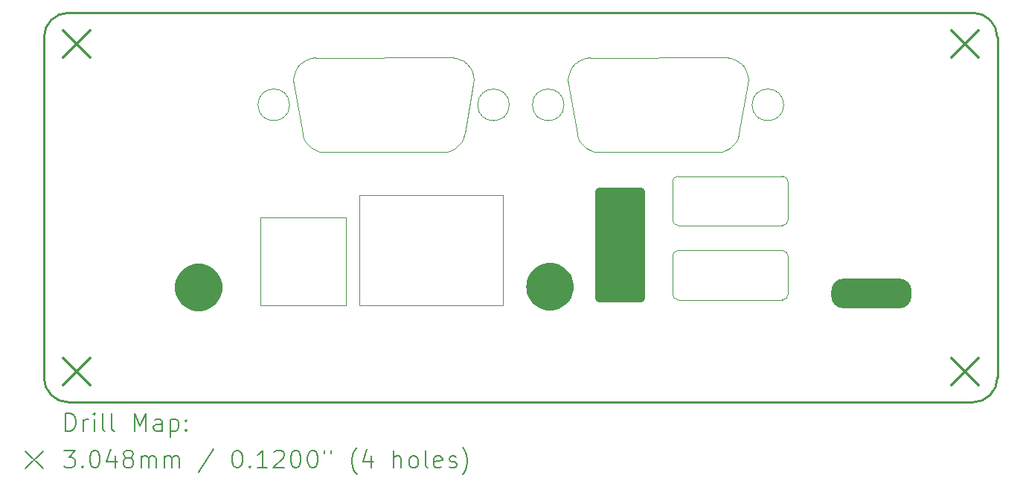
<source format=gbr>
%TF.GenerationSoftware,KiCad,Pcbnew,8.0.8*%
%TF.CreationDate,2025-02-26T19:39:57-05:00*%
%TF.ProjectId,MiniCamel_RearPlate,4d696e69-4361-46d6-956c-5f5265617250,rev?*%
%TF.SameCoordinates,Original*%
%TF.FileFunction,Drillmap*%
%TF.FilePolarity,Positive*%
%FSLAX45Y45*%
G04 Gerber Fmt 4.5, Leading zero omitted, Abs format (unit mm)*
G04 Created by KiCad (PCBNEW 8.0.8) date 2025-02-26 19:39:57*
%MOMM*%
%LPD*%
G01*
G04 APERTURE LIST*
%ADD10C,0.000000*%
%ADD11C,0.050000*%
%ADD12C,0.254000*%
%ADD13C,0.100000*%
%ADD14C,0.200000*%
%ADD15C,0.304800*%
G04 APERTURE END LIST*
D10*
G36*
X13553154Y-9668900D02*
G01*
X13585225Y-9674777D01*
X13616353Y-9684477D01*
X13646085Y-9697858D01*
X13673987Y-9714725D01*
X13699653Y-9734833D01*
X13722707Y-9757888D01*
X13742815Y-9783553D01*
X13759683Y-9811456D01*
X13773064Y-9841188D01*
X13782764Y-9872316D01*
X13788641Y-9904386D01*
X13790610Y-9936931D01*
X13788641Y-9969476D01*
X13782764Y-10001546D01*
X13773064Y-10032674D01*
X13759683Y-10062406D01*
X13742815Y-10090308D01*
X13722707Y-10115974D01*
X13699653Y-10139029D01*
X13673987Y-10159137D01*
X13646085Y-10176004D01*
X13616353Y-10189385D01*
X13585225Y-10199085D01*
X13553154Y-10204962D01*
X13520610Y-10206931D01*
X13488065Y-10204962D01*
X13455994Y-10199085D01*
X13424866Y-10189385D01*
X13395134Y-10176004D01*
X13367232Y-10159137D01*
X13341566Y-10139029D01*
X13318512Y-10115974D01*
X13298404Y-10090308D01*
X13281536Y-10062406D01*
X13268155Y-10032674D01*
X13258455Y-10001546D01*
X13252578Y-9969476D01*
X13250610Y-9936931D01*
X13252578Y-9904386D01*
X13258455Y-9872316D01*
X13268155Y-9841188D01*
X13281536Y-9811456D01*
X13298404Y-9783553D01*
X13318512Y-9757888D01*
X13341566Y-9734833D01*
X13367232Y-9714725D01*
X13395134Y-9697858D01*
X13424866Y-9684477D01*
X13455994Y-9674777D01*
X13488065Y-9668900D01*
X13520610Y-9666931D01*
X13553154Y-9668900D01*
G37*
G36*
X9554545Y-9675969D02*
G01*
X9586615Y-9681846D01*
X9617743Y-9691546D01*
X9647475Y-9704927D01*
X9675378Y-9721794D01*
X9701043Y-9741902D01*
X9724098Y-9764957D01*
X9744206Y-9790623D01*
X9761073Y-9818525D01*
X9774454Y-9848257D01*
X9784154Y-9879385D01*
X9790031Y-9911455D01*
X9792000Y-9944000D01*
X9790031Y-9976545D01*
X9784154Y-10008615D01*
X9774454Y-10039743D01*
X9761073Y-10069475D01*
X9744206Y-10097378D01*
X9724098Y-10123043D01*
X9701043Y-10146098D01*
X9675378Y-10166206D01*
X9647475Y-10183073D01*
X9617743Y-10196454D01*
X9586615Y-10206154D01*
X9554545Y-10212031D01*
X9522000Y-10214000D01*
X9489455Y-10212031D01*
X9457385Y-10206154D01*
X9426257Y-10196454D01*
X9396525Y-10183073D01*
X9368623Y-10166206D01*
X9342957Y-10146098D01*
X9319902Y-10123043D01*
X9299794Y-10097378D01*
X9282927Y-10069475D01*
X9269546Y-10039743D01*
X9259846Y-10008615D01*
X9253969Y-9976545D01*
X9252000Y-9944000D01*
X9253969Y-9911455D01*
X9259846Y-9879385D01*
X9269546Y-9848257D01*
X9282927Y-9818525D01*
X9299794Y-9790623D01*
X9319902Y-9764957D01*
X9342957Y-9741902D01*
X9368623Y-9721794D01*
X9396525Y-9704927D01*
X9426257Y-9691546D01*
X9457385Y-9681846D01*
X9489455Y-9675969D01*
X9522000Y-9674000D01*
X9554545Y-9675969D01*
G37*
G36*
X14548000Y-8807049D02*
G01*
X14548000Y-8807049D01*
G75*
G02*
X14603902Y-8862951I0J-55901D01*
G01*
X14603902Y-10061049D01*
G75*
G02*
X14548000Y-10116951I-55902J-1D01*
G01*
X14088000Y-10116951D01*
G75*
G02*
X14032098Y-10061049I0J55901D01*
G01*
X14032098Y-8862951D01*
G75*
G02*
X14088000Y-8807049I55902J1D01*
G01*
X14548000Y-8807049D01*
G37*
D11*
X10224528Y-9147750D02*
X10224528Y-10147750D01*
X11194528Y-9147750D02*
X10224528Y-9147750D01*
X11194528Y-9147750D02*
X11194528Y-10147750D01*
X11194528Y-10147750D02*
X10224528Y-10147750D01*
X11354000Y-8897750D02*
X12984000Y-8897750D01*
X11354000Y-10147750D02*
X11354000Y-8897750D01*
X12984000Y-10147750D02*
X11354000Y-10147750D01*
X12984000Y-10147750D02*
X12984000Y-8897750D01*
D12*
X7761000Y-7101917D02*
X7761000Y-10699772D01*
X7761000Y-10968310D02*
X7761000Y-10699772D01*
X18330083Y-6821000D02*
X8041917Y-6821000D01*
X18330083Y-11251000D02*
X8043690Y-11251000D01*
X18611000Y-10699777D02*
X18611000Y-7101917D01*
X18611000Y-10970083D02*
X18611000Y-10699777D01*
X7761000Y-7101917D02*
G75*
G02*
X8041917Y-6821000I280918J-1D01*
G01*
X8043690Y-11251000D02*
G75*
G02*
X7761000Y-10968310I0J282690D01*
G01*
X18330083Y-6821000D02*
G75*
G02*
X18611000Y-7101917I-3J-280920D01*
G01*
X18611000Y-10970083D02*
G75*
G02*
X18330083Y-11251000I-280920J3D01*
G01*
D13*
X10600348Y-7585093D02*
X10600399Y-7585194D01*
X10600348Y-7585296D02*
X10604666Y-7629009D01*
X10600399Y-7585194D02*
X10600348Y-7585296D01*
X10604666Y-7629009D02*
X10604692Y-7629060D01*
X10604666Y-7629085D02*
X10705403Y-8194972D01*
X10604692Y-7629060D02*
X10604666Y-7629085D01*
X10605200Y-7535893D02*
X10600348Y-7585093D01*
X10605250Y-7535664D02*
X10605250Y-7535791D01*
X10605250Y-7535791D02*
X10605200Y-7535893D01*
X10619601Y-7488369D02*
X10605250Y-7535664D01*
X10619678Y-7488166D02*
X10619678Y-7488268D01*
X10619678Y-7488268D02*
X10619601Y-7488369D01*
X10642995Y-7444554D02*
X10619678Y-7488166D01*
X10643071Y-7444478D02*
X10642995Y-7444554D01*
X10643096Y-7444377D02*
X10643071Y-7444478D01*
X10674465Y-7406150D02*
X10643096Y-7444377D01*
X10674567Y-7406099D02*
X10674465Y-7406150D01*
X10674618Y-7405997D02*
X10674567Y-7406099D01*
X10705403Y-8194972D02*
X10707308Y-8207494D01*
X10707308Y-8207494D02*
X10707358Y-8207570D01*
X10707358Y-8207570D02*
X10707358Y-8207647D01*
X10707358Y-8207647D02*
X10719601Y-8248033D01*
X10712845Y-7374654D02*
X10674618Y-7405997D01*
X10712946Y-7374603D02*
X10712845Y-7374654D01*
X10713023Y-7374527D02*
X10712946Y-7374603D01*
X10719601Y-8248033D02*
X10719677Y-8248109D01*
X10719677Y-8248109D02*
X10719677Y-8248210D01*
X10719677Y-8248210D02*
X10742995Y-8291822D01*
X10742995Y-8291822D02*
X10743071Y-8291898D01*
X10743071Y-8291898D02*
X10743096Y-8292000D01*
X10743096Y-8292000D02*
X10774465Y-8330227D01*
X10756609Y-7351209D02*
X10713023Y-7374527D01*
X10756736Y-7351209D02*
X10756609Y-7351209D01*
X10756812Y-7351133D02*
X10756736Y-7351209D01*
X10774465Y-8330227D02*
X10774567Y-8330278D01*
X10774567Y-8330278D02*
X10774618Y-8330379D01*
X10774618Y-8330379D02*
X10812845Y-8361748D01*
X10804132Y-7336782D02*
X10756812Y-7351133D01*
X10804234Y-7336808D02*
X10804132Y-7336782D01*
X10804336Y-7336757D02*
X10804234Y-7336808D01*
X10812845Y-8361748D02*
X10812946Y-8361774D01*
X10812946Y-8361774D02*
X10813022Y-8361850D01*
X10813022Y-8361850D02*
X10856634Y-8385167D01*
X10852342Y-7332007D02*
X10804336Y-7336757D01*
X10852367Y-7332032D02*
X10852342Y-7332007D01*
X10852392Y-7332007D02*
X10852367Y-7332032D01*
X10852748Y-7332134D02*
X10852392Y-7332007D01*
X10853129Y-7332261D02*
X10852748Y-7332134D01*
X10853154Y-7332286D02*
X10853129Y-7332261D01*
X10853180Y-7332286D02*
X10853154Y-7332286D01*
X10854069Y-7333099D02*
X10853180Y-7332286D01*
X10856634Y-8385167D02*
X10856736Y-8385167D01*
X10856736Y-8385167D02*
X10856812Y-8385243D01*
X10856812Y-8385243D02*
X10904132Y-8399594D01*
X10904132Y-8399594D02*
X10904234Y-8399594D01*
X10904234Y-8399594D02*
X10904335Y-8399645D01*
X10904335Y-8399645D02*
X10953535Y-8404471D01*
X10953535Y-8404471D02*
X10953586Y-8404471D01*
X10953586Y-8404471D02*
X10953662Y-8404497D01*
X10953662Y-8404497D02*
X12299227Y-8403277D01*
X12299227Y-8403277D02*
X12300142Y-8404090D01*
X12300142Y-8404090D02*
X12300167Y-8404090D01*
X12300167Y-8404090D02*
X12300167Y-8404116D01*
X12300167Y-8404116D02*
X12300548Y-8404243D01*
X12300548Y-8404243D02*
X12300904Y-8404370D01*
X12300904Y-8404370D02*
X12300929Y-8404344D01*
X12300929Y-8404344D02*
X12300954Y-8404370D01*
X12300954Y-8404370D02*
X12348960Y-8399645D01*
X12348960Y-8399645D02*
X12349062Y-8399594D01*
X12349062Y-8399594D02*
X12349164Y-8399594D01*
X12349164Y-8399594D02*
X12396484Y-8385243D01*
X12396484Y-8385243D02*
X12396560Y-8385167D01*
X12396560Y-8385167D02*
X12396687Y-8385167D01*
X12396687Y-8385167D02*
X12440273Y-8361850D01*
X12399659Y-7331905D02*
X10854069Y-7333099D01*
X12399710Y-7331905D02*
X12399659Y-7331905D01*
X12399760Y-7331905D02*
X12399710Y-7331905D01*
X12440273Y-8361850D02*
X12440350Y-8361774D01*
X12440350Y-8361774D02*
X12440451Y-8361748D01*
X12440451Y-8361748D02*
X12478678Y-8330379D01*
X12448960Y-7336757D02*
X12399760Y-7331905D01*
X12449062Y-7336808D02*
X12448960Y-7336757D01*
X12449163Y-7336782D02*
X12449062Y-7336808D01*
X12478678Y-8330379D02*
X12478729Y-8330278D01*
X12478729Y-8330278D02*
X12478831Y-8330227D01*
X12478831Y-8330227D02*
X12510200Y-8292000D01*
X12496484Y-7351133D02*
X12449163Y-7336782D01*
X12496560Y-7351209D02*
X12496484Y-7351133D01*
X12496687Y-7351209D02*
X12496560Y-7351209D01*
X12510200Y-8292000D02*
X12510225Y-8291898D01*
X12510225Y-8291898D02*
X12510301Y-8291822D01*
X12510301Y-8291822D02*
X12533618Y-8248210D01*
X12533618Y-8248109D02*
X12533695Y-8248033D01*
X12533618Y-8248210D02*
X12533618Y-8248109D01*
X12533695Y-8248033D02*
X12548046Y-8200712D01*
X12540273Y-7374527D02*
X12496687Y-7351209D01*
X12540349Y-7374603D02*
X12540273Y-7374527D01*
X12540451Y-7374654D02*
X12540349Y-7374603D01*
X12548046Y-8200585D02*
X12548096Y-8200509D01*
X12548046Y-8200712D02*
X12548046Y-8200585D01*
X12548096Y-8200509D02*
X12548630Y-8195048D01*
X12548630Y-8195048D02*
X12647817Y-7629390D01*
X12578678Y-7405997D02*
X12540451Y-7374654D01*
X12578729Y-7406099D02*
X12578678Y-7405997D01*
X12578830Y-7406150D02*
X12578729Y-7406099D01*
X12610199Y-7444377D02*
X12578830Y-7406150D01*
X12610225Y-7444478D02*
X12610199Y-7444377D01*
X12610301Y-7444554D02*
X12610225Y-7444478D01*
X12633618Y-7488166D02*
X12610301Y-7444554D01*
X12633644Y-7488268D02*
X12633618Y-7488166D01*
X12633694Y-7488369D02*
X12633644Y-7488268D01*
X12647817Y-7629390D02*
X12648274Y-7629035D01*
X12648045Y-7535664D02*
X12633694Y-7488369D01*
X12648045Y-7535791D02*
X12648045Y-7535664D01*
X12648096Y-7535893D02*
X12648045Y-7535791D01*
X12648274Y-7629035D02*
X12648299Y-7629009D01*
X12648299Y-7629009D02*
X12648325Y-7629009D01*
X12648325Y-7629009D02*
X12648503Y-7628654D01*
X12648503Y-7628654D02*
X12648706Y-7628323D01*
X12648706Y-7628273D02*
X12652948Y-7585296D01*
X12648706Y-7628298D02*
X12648706Y-7628273D01*
X12648706Y-7628323D02*
X12648706Y-7628298D01*
X12652922Y-7585194D02*
X12652948Y-7585093D01*
X12652948Y-7585093D02*
X12648096Y-7535893D01*
X12652948Y-7585296D02*
X12652922Y-7585194D01*
D11*
X10556650Y-7868201D02*
G75*
G02*
X10196650Y-7868201I-180000J0D01*
G01*
X10196650Y-7868201D02*
G75*
G02*
X10556650Y-7868201I180000J0D01*
G01*
X13056645Y-7868201D02*
G75*
G02*
X12696645Y-7868201I-180000J0D01*
G01*
X12696645Y-7868201D02*
G75*
G02*
X13056645Y-7868201I180000J0D01*
G01*
X14913758Y-8739939D02*
X14913758Y-9174063D01*
X14914758Y-9585939D02*
X14914758Y-10020063D01*
X16164819Y-8679000D02*
X14974695Y-8679000D01*
X16164820Y-9239000D02*
X14978696Y-9239000D01*
X16165820Y-9525000D02*
X14975696Y-9525000D01*
X16165821Y-10085000D02*
X14979697Y-10085000D01*
X16229758Y-9174061D02*
X16229758Y-8743938D01*
X16230758Y-10020061D02*
X16230758Y-9589938D01*
X14913758Y-8739939D02*
G75*
G02*
X14974695Y-8679000I60938J1D01*
G01*
X14914758Y-9585939D02*
G75*
G02*
X14975696Y-9525000I60938J1D01*
G01*
X14978696Y-9239000D02*
G75*
G02*
X14913758Y-9174063I-1J64938D01*
G01*
X14979697Y-10085000D02*
G75*
G02*
X14914758Y-10020063I-1J64938D01*
G01*
X16164819Y-8679000D02*
G75*
G02*
X16229758Y-8743938I-1J-64940D01*
G01*
X16165820Y-9525000D02*
G75*
G02*
X16230758Y-9589938I-2J-64940D01*
G01*
X16229758Y-9174061D02*
G75*
G02*
X16164820Y-9239000I-64938J-1D01*
G01*
X16230758Y-10020061D02*
G75*
G02*
X16165821Y-10085001I-64941J1D01*
G01*
D13*
X13723148Y-7585093D02*
X13723199Y-7585194D01*
X13723148Y-7585296D02*
X13727466Y-7629009D01*
X13723199Y-7585194D02*
X13723148Y-7585296D01*
X13727466Y-7629009D02*
X13727492Y-7629060D01*
X13727466Y-7629085D02*
X13828203Y-8194972D01*
X13727492Y-7629060D02*
X13727466Y-7629085D01*
X13728000Y-7535893D02*
X13723148Y-7585093D01*
X13728050Y-7535664D02*
X13728050Y-7535791D01*
X13728050Y-7535791D02*
X13728000Y-7535893D01*
X13742401Y-7488369D02*
X13728050Y-7535664D01*
X13742478Y-7488166D02*
X13742478Y-7488268D01*
X13742478Y-7488268D02*
X13742401Y-7488369D01*
X13765795Y-7444554D02*
X13742478Y-7488166D01*
X13765871Y-7444478D02*
X13765795Y-7444554D01*
X13765896Y-7444377D02*
X13765871Y-7444478D01*
X13797265Y-7406150D02*
X13765896Y-7444377D01*
X13797367Y-7406099D02*
X13797265Y-7406150D01*
X13797418Y-7405997D02*
X13797367Y-7406099D01*
X13828203Y-8194972D02*
X13830108Y-8207494D01*
X13830108Y-8207494D02*
X13830158Y-8207570D01*
X13830158Y-8207570D02*
X13830158Y-8207647D01*
X13830158Y-8207647D02*
X13842401Y-8248033D01*
X13835645Y-7374654D02*
X13797418Y-7405997D01*
X13835746Y-7374603D02*
X13835645Y-7374654D01*
X13835823Y-7374527D02*
X13835746Y-7374603D01*
X13842401Y-8248033D02*
X13842477Y-8248109D01*
X13842477Y-8248109D02*
X13842477Y-8248210D01*
X13842477Y-8248210D02*
X13865795Y-8291822D01*
X13865795Y-8291822D02*
X13865871Y-8291898D01*
X13865871Y-8291898D02*
X13865896Y-8292000D01*
X13865896Y-8292000D02*
X13897265Y-8330227D01*
X13879409Y-7351209D02*
X13835823Y-7374527D01*
X13879536Y-7351209D02*
X13879409Y-7351209D01*
X13879612Y-7351133D02*
X13879536Y-7351209D01*
X13897265Y-8330227D02*
X13897367Y-8330278D01*
X13897367Y-8330278D02*
X13897418Y-8330379D01*
X13897418Y-8330379D02*
X13935645Y-8361748D01*
X13926932Y-7336782D02*
X13879612Y-7351133D01*
X13927034Y-7336808D02*
X13926932Y-7336782D01*
X13927136Y-7336757D02*
X13927034Y-7336808D01*
X13935645Y-8361748D02*
X13935746Y-8361774D01*
X13935746Y-8361774D02*
X13935822Y-8361850D01*
X13935822Y-8361850D02*
X13979434Y-8385167D01*
X13975142Y-7332007D02*
X13927136Y-7336757D01*
X13975167Y-7332032D02*
X13975142Y-7332007D01*
X13975192Y-7332007D02*
X13975167Y-7332032D01*
X13975548Y-7332134D02*
X13975192Y-7332007D01*
X13975929Y-7332261D02*
X13975548Y-7332134D01*
X13975954Y-7332286D02*
X13975929Y-7332261D01*
X13975980Y-7332286D02*
X13975954Y-7332286D01*
X13976869Y-7333099D02*
X13975980Y-7332286D01*
X13979434Y-8385167D02*
X13979536Y-8385167D01*
X13979536Y-8385167D02*
X13979612Y-8385243D01*
X13979612Y-8385243D02*
X14026932Y-8399594D01*
X14026932Y-8399594D02*
X14027034Y-8399594D01*
X14027034Y-8399594D02*
X14027135Y-8399645D01*
X14027135Y-8399645D02*
X14076335Y-8404471D01*
X14076335Y-8404471D02*
X14076386Y-8404471D01*
X14076386Y-8404471D02*
X14076462Y-8404497D01*
X14076462Y-8404497D02*
X15422027Y-8403277D01*
X15422027Y-8403277D02*
X15422942Y-8404090D01*
X15422942Y-8404090D02*
X15422967Y-8404090D01*
X15422967Y-8404090D02*
X15422967Y-8404116D01*
X15422967Y-8404116D02*
X15423348Y-8404243D01*
X15423348Y-8404243D02*
X15423704Y-8404370D01*
X15423704Y-8404370D02*
X15423729Y-8404344D01*
X15423729Y-8404344D02*
X15423754Y-8404370D01*
X15423754Y-8404370D02*
X15471760Y-8399645D01*
X15471760Y-8399645D02*
X15471862Y-8399594D01*
X15471862Y-8399594D02*
X15471964Y-8399594D01*
X15471964Y-8399594D02*
X15519284Y-8385243D01*
X15519284Y-8385243D02*
X15519360Y-8385167D01*
X15519360Y-8385167D02*
X15519487Y-8385167D01*
X15519487Y-8385167D02*
X15563073Y-8361850D01*
X15522459Y-7331905D02*
X13976869Y-7333099D01*
X15522510Y-7331905D02*
X15522459Y-7331905D01*
X15522560Y-7331905D02*
X15522510Y-7331905D01*
X15563073Y-8361850D02*
X15563150Y-8361774D01*
X15563150Y-8361774D02*
X15563251Y-8361748D01*
X15563251Y-8361748D02*
X15601478Y-8330379D01*
X15571760Y-7336757D02*
X15522560Y-7331905D01*
X15571862Y-7336808D02*
X15571760Y-7336757D01*
X15571963Y-7336782D02*
X15571862Y-7336808D01*
X15601478Y-8330379D02*
X15601529Y-8330278D01*
X15601529Y-8330278D02*
X15601631Y-8330227D01*
X15601631Y-8330227D02*
X15633000Y-8292000D01*
X15619284Y-7351133D02*
X15571963Y-7336782D01*
X15619360Y-7351209D02*
X15619284Y-7351133D01*
X15619487Y-7351209D02*
X15619360Y-7351209D01*
X15633000Y-8292000D02*
X15633025Y-8291898D01*
X15633025Y-8291898D02*
X15633101Y-8291822D01*
X15633101Y-8291822D02*
X15656418Y-8248210D01*
X15656418Y-8248109D02*
X15656495Y-8248033D01*
X15656418Y-8248210D02*
X15656418Y-8248109D01*
X15656495Y-8248033D02*
X15670846Y-8200712D01*
X15663073Y-7374527D02*
X15619487Y-7351209D01*
X15663149Y-7374603D02*
X15663073Y-7374527D01*
X15663251Y-7374654D02*
X15663149Y-7374603D01*
X15670846Y-8200585D02*
X15670896Y-8200509D01*
X15670846Y-8200712D02*
X15670846Y-8200585D01*
X15670896Y-8200509D02*
X15671430Y-8195048D01*
X15671430Y-8195048D02*
X15770617Y-7629390D01*
X15701478Y-7405997D02*
X15663251Y-7374654D01*
X15701529Y-7406099D02*
X15701478Y-7405997D01*
X15701630Y-7406150D02*
X15701529Y-7406099D01*
X15732999Y-7444377D02*
X15701630Y-7406150D01*
X15733025Y-7444478D02*
X15732999Y-7444377D01*
X15733101Y-7444554D02*
X15733025Y-7444478D01*
X15756418Y-7488166D02*
X15733101Y-7444554D01*
X15756444Y-7488268D02*
X15756418Y-7488166D01*
X15756494Y-7488369D02*
X15756444Y-7488268D01*
X15770617Y-7629390D02*
X15771074Y-7629035D01*
X15770845Y-7535664D02*
X15756494Y-7488369D01*
X15770845Y-7535791D02*
X15770845Y-7535664D01*
X15770896Y-7535893D02*
X15770845Y-7535791D01*
X15771074Y-7629035D02*
X15771099Y-7629009D01*
X15771099Y-7629009D02*
X15771125Y-7629009D01*
X15771125Y-7629009D02*
X15771303Y-7628654D01*
X15771303Y-7628654D02*
X15771506Y-7628323D01*
X15771506Y-7628273D02*
X15775748Y-7585296D01*
X15771506Y-7628298D02*
X15771506Y-7628273D01*
X15771506Y-7628323D02*
X15771506Y-7628298D01*
X15775722Y-7585194D02*
X15775748Y-7585093D01*
X15775748Y-7585093D02*
X15770896Y-7535893D01*
X15775748Y-7585296D02*
X15775722Y-7585194D01*
D11*
X13679450Y-7868201D02*
G75*
G02*
X13319450Y-7868201I-180000J0D01*
G01*
X13319450Y-7868201D02*
G75*
G02*
X13679450Y-7868201I180000J0D01*
G01*
X16179445Y-7868201D02*
G75*
G02*
X15819445Y-7868201I-180000J0D01*
G01*
X15819445Y-7868201D02*
G75*
G02*
X16179445Y-7868201I180000J0D01*
G01*
D10*
G36*
X17499945Y-9844738D02*
G01*
X17499945Y-9844738D01*
G75*
G02*
X17632945Y-9977738I-5J-133002D01*
G01*
X17632945Y-10048007D01*
G75*
G02*
X17499945Y-10181007I-133005J-3D01*
G01*
X16854945Y-10181007D01*
G75*
G02*
X16721945Y-10048007I-5J132997D01*
G01*
X16721945Y-9978007D01*
G75*
G02*
X16854945Y-9845007I132995J-3D01*
G01*
X17499945Y-9844738D01*
G37*
D14*
D15*
X7978600Y-7026772D02*
X8283400Y-7331572D01*
X8283400Y-7026772D02*
X7978600Y-7331572D01*
X7978600Y-10748600D02*
X8283400Y-11053400D01*
X8283400Y-10748600D02*
X7978600Y-11053400D01*
X18093600Y-7026772D02*
X18398400Y-7331572D01*
X18398400Y-7026772D02*
X18093600Y-7331572D01*
X18093600Y-10748600D02*
X18398400Y-11053400D01*
X18398400Y-10748600D02*
X18093600Y-11053400D01*
D14*
X8009077Y-11575184D02*
X8009077Y-11375184D01*
X8009077Y-11375184D02*
X8056696Y-11375184D01*
X8056696Y-11375184D02*
X8085267Y-11384708D01*
X8085267Y-11384708D02*
X8104315Y-11403755D01*
X8104315Y-11403755D02*
X8113839Y-11422803D01*
X8113839Y-11422803D02*
X8123362Y-11460898D01*
X8123362Y-11460898D02*
X8123362Y-11489469D01*
X8123362Y-11489469D02*
X8113839Y-11527565D01*
X8113839Y-11527565D02*
X8104315Y-11546612D01*
X8104315Y-11546612D02*
X8085267Y-11565660D01*
X8085267Y-11565660D02*
X8056696Y-11575184D01*
X8056696Y-11575184D02*
X8009077Y-11575184D01*
X8209077Y-11575184D02*
X8209077Y-11441850D01*
X8209077Y-11479946D02*
X8218601Y-11460898D01*
X8218601Y-11460898D02*
X8228124Y-11451374D01*
X8228124Y-11451374D02*
X8247172Y-11441850D01*
X8247172Y-11441850D02*
X8266220Y-11441850D01*
X8332886Y-11575184D02*
X8332886Y-11441850D01*
X8332886Y-11375184D02*
X8323362Y-11384708D01*
X8323362Y-11384708D02*
X8332886Y-11394231D01*
X8332886Y-11394231D02*
X8342410Y-11384708D01*
X8342410Y-11384708D02*
X8332886Y-11375184D01*
X8332886Y-11375184D02*
X8332886Y-11394231D01*
X8456696Y-11575184D02*
X8437648Y-11565660D01*
X8437648Y-11565660D02*
X8428124Y-11546612D01*
X8428124Y-11546612D02*
X8428124Y-11375184D01*
X8561458Y-11575184D02*
X8542410Y-11565660D01*
X8542410Y-11565660D02*
X8532886Y-11546612D01*
X8532886Y-11546612D02*
X8532886Y-11375184D01*
X8790029Y-11575184D02*
X8790029Y-11375184D01*
X8790029Y-11375184D02*
X8856696Y-11518041D01*
X8856696Y-11518041D02*
X8923363Y-11375184D01*
X8923363Y-11375184D02*
X8923363Y-11575184D01*
X9104315Y-11575184D02*
X9104315Y-11470422D01*
X9104315Y-11470422D02*
X9094791Y-11451374D01*
X9094791Y-11451374D02*
X9075744Y-11441850D01*
X9075744Y-11441850D02*
X9037648Y-11441850D01*
X9037648Y-11441850D02*
X9018601Y-11451374D01*
X9104315Y-11565660D02*
X9085267Y-11575184D01*
X9085267Y-11575184D02*
X9037648Y-11575184D01*
X9037648Y-11575184D02*
X9018601Y-11565660D01*
X9018601Y-11565660D02*
X9009077Y-11546612D01*
X9009077Y-11546612D02*
X9009077Y-11527565D01*
X9009077Y-11527565D02*
X9018601Y-11508517D01*
X9018601Y-11508517D02*
X9037648Y-11498993D01*
X9037648Y-11498993D02*
X9085267Y-11498993D01*
X9085267Y-11498993D02*
X9104315Y-11489469D01*
X9199553Y-11441850D02*
X9199553Y-11641850D01*
X9199553Y-11451374D02*
X9218601Y-11441850D01*
X9218601Y-11441850D02*
X9256696Y-11441850D01*
X9256696Y-11441850D02*
X9275744Y-11451374D01*
X9275744Y-11451374D02*
X9285267Y-11460898D01*
X9285267Y-11460898D02*
X9294791Y-11479946D01*
X9294791Y-11479946D02*
X9294791Y-11537088D01*
X9294791Y-11537088D02*
X9285267Y-11556136D01*
X9285267Y-11556136D02*
X9275744Y-11565660D01*
X9275744Y-11565660D02*
X9256696Y-11575184D01*
X9256696Y-11575184D02*
X9218601Y-11575184D01*
X9218601Y-11575184D02*
X9199553Y-11565660D01*
X9380505Y-11556136D02*
X9390029Y-11565660D01*
X9390029Y-11565660D02*
X9380505Y-11575184D01*
X9380505Y-11575184D02*
X9370982Y-11565660D01*
X9370982Y-11565660D02*
X9380505Y-11556136D01*
X9380505Y-11556136D02*
X9380505Y-11575184D01*
X9380505Y-11451374D02*
X9390029Y-11460898D01*
X9390029Y-11460898D02*
X9380505Y-11470422D01*
X9380505Y-11470422D02*
X9370982Y-11460898D01*
X9370982Y-11460898D02*
X9380505Y-11451374D01*
X9380505Y-11451374D02*
X9380505Y-11470422D01*
X7548300Y-11803700D02*
X7748300Y-12003700D01*
X7748300Y-11803700D02*
X7548300Y-12003700D01*
X7990029Y-11795184D02*
X8113839Y-11795184D01*
X8113839Y-11795184D02*
X8047172Y-11871374D01*
X8047172Y-11871374D02*
X8075743Y-11871374D01*
X8075743Y-11871374D02*
X8094791Y-11880898D01*
X8094791Y-11880898D02*
X8104315Y-11890422D01*
X8104315Y-11890422D02*
X8113839Y-11909469D01*
X8113839Y-11909469D02*
X8113839Y-11957088D01*
X8113839Y-11957088D02*
X8104315Y-11976136D01*
X8104315Y-11976136D02*
X8094791Y-11985660D01*
X8094791Y-11985660D02*
X8075743Y-11995184D01*
X8075743Y-11995184D02*
X8018601Y-11995184D01*
X8018601Y-11995184D02*
X7999553Y-11985660D01*
X7999553Y-11985660D02*
X7990029Y-11976136D01*
X8199553Y-11976136D02*
X8209077Y-11985660D01*
X8209077Y-11985660D02*
X8199553Y-11995184D01*
X8199553Y-11995184D02*
X8190029Y-11985660D01*
X8190029Y-11985660D02*
X8199553Y-11976136D01*
X8199553Y-11976136D02*
X8199553Y-11995184D01*
X8332886Y-11795184D02*
X8351934Y-11795184D01*
X8351934Y-11795184D02*
X8370982Y-11804708D01*
X8370982Y-11804708D02*
X8380505Y-11814231D01*
X8380505Y-11814231D02*
X8390029Y-11833279D01*
X8390029Y-11833279D02*
X8399553Y-11871374D01*
X8399553Y-11871374D02*
X8399553Y-11918993D01*
X8399553Y-11918993D02*
X8390029Y-11957088D01*
X8390029Y-11957088D02*
X8380505Y-11976136D01*
X8380505Y-11976136D02*
X8370982Y-11985660D01*
X8370982Y-11985660D02*
X8351934Y-11995184D01*
X8351934Y-11995184D02*
X8332886Y-11995184D01*
X8332886Y-11995184D02*
X8313839Y-11985660D01*
X8313839Y-11985660D02*
X8304315Y-11976136D01*
X8304315Y-11976136D02*
X8294791Y-11957088D01*
X8294791Y-11957088D02*
X8285267Y-11918993D01*
X8285267Y-11918993D02*
X8285267Y-11871374D01*
X8285267Y-11871374D02*
X8294791Y-11833279D01*
X8294791Y-11833279D02*
X8304315Y-11814231D01*
X8304315Y-11814231D02*
X8313839Y-11804708D01*
X8313839Y-11804708D02*
X8332886Y-11795184D01*
X8570982Y-11861850D02*
X8570982Y-11995184D01*
X8523363Y-11785660D02*
X8475744Y-11928517D01*
X8475744Y-11928517D02*
X8599553Y-11928517D01*
X8704315Y-11880898D02*
X8685267Y-11871374D01*
X8685267Y-11871374D02*
X8675744Y-11861850D01*
X8675744Y-11861850D02*
X8666220Y-11842803D01*
X8666220Y-11842803D02*
X8666220Y-11833279D01*
X8666220Y-11833279D02*
X8675744Y-11814231D01*
X8675744Y-11814231D02*
X8685267Y-11804708D01*
X8685267Y-11804708D02*
X8704315Y-11795184D01*
X8704315Y-11795184D02*
X8742410Y-11795184D01*
X8742410Y-11795184D02*
X8761458Y-11804708D01*
X8761458Y-11804708D02*
X8770982Y-11814231D01*
X8770982Y-11814231D02*
X8780505Y-11833279D01*
X8780505Y-11833279D02*
X8780505Y-11842803D01*
X8780505Y-11842803D02*
X8770982Y-11861850D01*
X8770982Y-11861850D02*
X8761458Y-11871374D01*
X8761458Y-11871374D02*
X8742410Y-11880898D01*
X8742410Y-11880898D02*
X8704315Y-11880898D01*
X8704315Y-11880898D02*
X8685267Y-11890422D01*
X8685267Y-11890422D02*
X8675744Y-11899946D01*
X8675744Y-11899946D02*
X8666220Y-11918993D01*
X8666220Y-11918993D02*
X8666220Y-11957088D01*
X8666220Y-11957088D02*
X8675744Y-11976136D01*
X8675744Y-11976136D02*
X8685267Y-11985660D01*
X8685267Y-11985660D02*
X8704315Y-11995184D01*
X8704315Y-11995184D02*
X8742410Y-11995184D01*
X8742410Y-11995184D02*
X8761458Y-11985660D01*
X8761458Y-11985660D02*
X8770982Y-11976136D01*
X8770982Y-11976136D02*
X8780505Y-11957088D01*
X8780505Y-11957088D02*
X8780505Y-11918993D01*
X8780505Y-11918993D02*
X8770982Y-11899946D01*
X8770982Y-11899946D02*
X8761458Y-11890422D01*
X8761458Y-11890422D02*
X8742410Y-11880898D01*
X8866220Y-11995184D02*
X8866220Y-11861850D01*
X8866220Y-11880898D02*
X8875744Y-11871374D01*
X8875744Y-11871374D02*
X8894791Y-11861850D01*
X8894791Y-11861850D02*
X8923363Y-11861850D01*
X8923363Y-11861850D02*
X8942410Y-11871374D01*
X8942410Y-11871374D02*
X8951934Y-11890422D01*
X8951934Y-11890422D02*
X8951934Y-11995184D01*
X8951934Y-11890422D02*
X8961458Y-11871374D01*
X8961458Y-11871374D02*
X8980505Y-11861850D01*
X8980505Y-11861850D02*
X9009077Y-11861850D01*
X9009077Y-11861850D02*
X9028125Y-11871374D01*
X9028125Y-11871374D02*
X9037648Y-11890422D01*
X9037648Y-11890422D02*
X9037648Y-11995184D01*
X9132886Y-11995184D02*
X9132886Y-11861850D01*
X9132886Y-11880898D02*
X9142410Y-11871374D01*
X9142410Y-11871374D02*
X9161458Y-11861850D01*
X9161458Y-11861850D02*
X9190029Y-11861850D01*
X9190029Y-11861850D02*
X9209077Y-11871374D01*
X9209077Y-11871374D02*
X9218601Y-11890422D01*
X9218601Y-11890422D02*
X9218601Y-11995184D01*
X9218601Y-11890422D02*
X9228125Y-11871374D01*
X9228125Y-11871374D02*
X9247172Y-11861850D01*
X9247172Y-11861850D02*
X9275744Y-11861850D01*
X9275744Y-11861850D02*
X9294791Y-11871374D01*
X9294791Y-11871374D02*
X9304315Y-11890422D01*
X9304315Y-11890422D02*
X9304315Y-11995184D01*
X9694791Y-11785660D02*
X9523363Y-12042803D01*
X9951934Y-11795184D02*
X9970982Y-11795184D01*
X9970982Y-11795184D02*
X9990029Y-11804708D01*
X9990029Y-11804708D02*
X9999553Y-11814231D01*
X9999553Y-11814231D02*
X10009077Y-11833279D01*
X10009077Y-11833279D02*
X10018601Y-11871374D01*
X10018601Y-11871374D02*
X10018601Y-11918993D01*
X10018601Y-11918993D02*
X10009077Y-11957088D01*
X10009077Y-11957088D02*
X9999553Y-11976136D01*
X9999553Y-11976136D02*
X9990029Y-11985660D01*
X9990029Y-11985660D02*
X9970982Y-11995184D01*
X9970982Y-11995184D02*
X9951934Y-11995184D01*
X9951934Y-11995184D02*
X9932887Y-11985660D01*
X9932887Y-11985660D02*
X9923363Y-11976136D01*
X9923363Y-11976136D02*
X9913839Y-11957088D01*
X9913839Y-11957088D02*
X9904315Y-11918993D01*
X9904315Y-11918993D02*
X9904315Y-11871374D01*
X9904315Y-11871374D02*
X9913839Y-11833279D01*
X9913839Y-11833279D02*
X9923363Y-11814231D01*
X9923363Y-11814231D02*
X9932887Y-11804708D01*
X9932887Y-11804708D02*
X9951934Y-11795184D01*
X10104315Y-11976136D02*
X10113839Y-11985660D01*
X10113839Y-11985660D02*
X10104315Y-11995184D01*
X10104315Y-11995184D02*
X10094791Y-11985660D01*
X10094791Y-11985660D02*
X10104315Y-11976136D01*
X10104315Y-11976136D02*
X10104315Y-11995184D01*
X10304315Y-11995184D02*
X10190029Y-11995184D01*
X10247172Y-11995184D02*
X10247172Y-11795184D01*
X10247172Y-11795184D02*
X10228125Y-11823755D01*
X10228125Y-11823755D02*
X10209077Y-11842803D01*
X10209077Y-11842803D02*
X10190029Y-11852327D01*
X10380506Y-11814231D02*
X10390029Y-11804708D01*
X10390029Y-11804708D02*
X10409077Y-11795184D01*
X10409077Y-11795184D02*
X10456696Y-11795184D01*
X10456696Y-11795184D02*
X10475744Y-11804708D01*
X10475744Y-11804708D02*
X10485268Y-11814231D01*
X10485268Y-11814231D02*
X10494791Y-11833279D01*
X10494791Y-11833279D02*
X10494791Y-11852327D01*
X10494791Y-11852327D02*
X10485268Y-11880898D01*
X10485268Y-11880898D02*
X10370982Y-11995184D01*
X10370982Y-11995184D02*
X10494791Y-11995184D01*
X10618601Y-11795184D02*
X10637649Y-11795184D01*
X10637649Y-11795184D02*
X10656696Y-11804708D01*
X10656696Y-11804708D02*
X10666220Y-11814231D01*
X10666220Y-11814231D02*
X10675744Y-11833279D01*
X10675744Y-11833279D02*
X10685268Y-11871374D01*
X10685268Y-11871374D02*
X10685268Y-11918993D01*
X10685268Y-11918993D02*
X10675744Y-11957088D01*
X10675744Y-11957088D02*
X10666220Y-11976136D01*
X10666220Y-11976136D02*
X10656696Y-11985660D01*
X10656696Y-11985660D02*
X10637649Y-11995184D01*
X10637649Y-11995184D02*
X10618601Y-11995184D01*
X10618601Y-11995184D02*
X10599553Y-11985660D01*
X10599553Y-11985660D02*
X10590029Y-11976136D01*
X10590029Y-11976136D02*
X10580506Y-11957088D01*
X10580506Y-11957088D02*
X10570982Y-11918993D01*
X10570982Y-11918993D02*
X10570982Y-11871374D01*
X10570982Y-11871374D02*
X10580506Y-11833279D01*
X10580506Y-11833279D02*
X10590029Y-11814231D01*
X10590029Y-11814231D02*
X10599553Y-11804708D01*
X10599553Y-11804708D02*
X10618601Y-11795184D01*
X10809077Y-11795184D02*
X10828125Y-11795184D01*
X10828125Y-11795184D02*
X10847172Y-11804708D01*
X10847172Y-11804708D02*
X10856696Y-11814231D01*
X10856696Y-11814231D02*
X10866220Y-11833279D01*
X10866220Y-11833279D02*
X10875744Y-11871374D01*
X10875744Y-11871374D02*
X10875744Y-11918993D01*
X10875744Y-11918993D02*
X10866220Y-11957088D01*
X10866220Y-11957088D02*
X10856696Y-11976136D01*
X10856696Y-11976136D02*
X10847172Y-11985660D01*
X10847172Y-11985660D02*
X10828125Y-11995184D01*
X10828125Y-11995184D02*
X10809077Y-11995184D01*
X10809077Y-11995184D02*
X10790029Y-11985660D01*
X10790029Y-11985660D02*
X10780506Y-11976136D01*
X10780506Y-11976136D02*
X10770982Y-11957088D01*
X10770982Y-11957088D02*
X10761458Y-11918993D01*
X10761458Y-11918993D02*
X10761458Y-11871374D01*
X10761458Y-11871374D02*
X10770982Y-11833279D01*
X10770982Y-11833279D02*
X10780506Y-11814231D01*
X10780506Y-11814231D02*
X10790029Y-11804708D01*
X10790029Y-11804708D02*
X10809077Y-11795184D01*
X10951934Y-11795184D02*
X10951934Y-11833279D01*
X11028125Y-11795184D02*
X11028125Y-11833279D01*
X11323363Y-12071374D02*
X11313839Y-12061850D01*
X11313839Y-12061850D02*
X11294791Y-12033279D01*
X11294791Y-12033279D02*
X11285268Y-12014231D01*
X11285268Y-12014231D02*
X11275744Y-11985660D01*
X11275744Y-11985660D02*
X11266220Y-11938041D01*
X11266220Y-11938041D02*
X11266220Y-11899946D01*
X11266220Y-11899946D02*
X11275744Y-11852327D01*
X11275744Y-11852327D02*
X11285268Y-11823755D01*
X11285268Y-11823755D02*
X11294791Y-11804708D01*
X11294791Y-11804708D02*
X11313839Y-11776136D01*
X11313839Y-11776136D02*
X11323363Y-11766612D01*
X11485268Y-11861850D02*
X11485268Y-11995184D01*
X11437648Y-11785660D02*
X11390029Y-11928517D01*
X11390029Y-11928517D02*
X11513839Y-11928517D01*
X11742410Y-11995184D02*
X11742410Y-11795184D01*
X11828125Y-11995184D02*
X11828125Y-11890422D01*
X11828125Y-11890422D02*
X11818601Y-11871374D01*
X11818601Y-11871374D02*
X11799553Y-11861850D01*
X11799553Y-11861850D02*
X11770982Y-11861850D01*
X11770982Y-11861850D02*
X11751934Y-11871374D01*
X11751934Y-11871374D02*
X11742410Y-11880898D01*
X11951934Y-11995184D02*
X11932887Y-11985660D01*
X11932887Y-11985660D02*
X11923363Y-11976136D01*
X11923363Y-11976136D02*
X11913839Y-11957088D01*
X11913839Y-11957088D02*
X11913839Y-11899946D01*
X11913839Y-11899946D02*
X11923363Y-11880898D01*
X11923363Y-11880898D02*
X11932887Y-11871374D01*
X11932887Y-11871374D02*
X11951934Y-11861850D01*
X11951934Y-11861850D02*
X11980506Y-11861850D01*
X11980506Y-11861850D02*
X11999553Y-11871374D01*
X11999553Y-11871374D02*
X12009077Y-11880898D01*
X12009077Y-11880898D02*
X12018601Y-11899946D01*
X12018601Y-11899946D02*
X12018601Y-11957088D01*
X12018601Y-11957088D02*
X12009077Y-11976136D01*
X12009077Y-11976136D02*
X11999553Y-11985660D01*
X11999553Y-11985660D02*
X11980506Y-11995184D01*
X11980506Y-11995184D02*
X11951934Y-11995184D01*
X12132887Y-11995184D02*
X12113839Y-11985660D01*
X12113839Y-11985660D02*
X12104315Y-11966612D01*
X12104315Y-11966612D02*
X12104315Y-11795184D01*
X12285268Y-11985660D02*
X12266220Y-11995184D01*
X12266220Y-11995184D02*
X12228125Y-11995184D01*
X12228125Y-11995184D02*
X12209077Y-11985660D01*
X12209077Y-11985660D02*
X12199553Y-11966612D01*
X12199553Y-11966612D02*
X12199553Y-11890422D01*
X12199553Y-11890422D02*
X12209077Y-11871374D01*
X12209077Y-11871374D02*
X12228125Y-11861850D01*
X12228125Y-11861850D02*
X12266220Y-11861850D01*
X12266220Y-11861850D02*
X12285268Y-11871374D01*
X12285268Y-11871374D02*
X12294791Y-11890422D01*
X12294791Y-11890422D02*
X12294791Y-11909469D01*
X12294791Y-11909469D02*
X12199553Y-11928517D01*
X12370982Y-11985660D02*
X12390030Y-11995184D01*
X12390030Y-11995184D02*
X12428125Y-11995184D01*
X12428125Y-11995184D02*
X12447172Y-11985660D01*
X12447172Y-11985660D02*
X12456696Y-11966612D01*
X12456696Y-11966612D02*
X12456696Y-11957088D01*
X12456696Y-11957088D02*
X12447172Y-11938041D01*
X12447172Y-11938041D02*
X12428125Y-11928517D01*
X12428125Y-11928517D02*
X12399553Y-11928517D01*
X12399553Y-11928517D02*
X12380506Y-11918993D01*
X12380506Y-11918993D02*
X12370982Y-11899946D01*
X12370982Y-11899946D02*
X12370982Y-11890422D01*
X12370982Y-11890422D02*
X12380506Y-11871374D01*
X12380506Y-11871374D02*
X12399553Y-11861850D01*
X12399553Y-11861850D02*
X12428125Y-11861850D01*
X12428125Y-11861850D02*
X12447172Y-11871374D01*
X12523363Y-12071374D02*
X12532887Y-12061850D01*
X12532887Y-12061850D02*
X12551934Y-12033279D01*
X12551934Y-12033279D02*
X12561458Y-12014231D01*
X12561458Y-12014231D02*
X12570982Y-11985660D01*
X12570982Y-11985660D02*
X12580506Y-11938041D01*
X12580506Y-11938041D02*
X12580506Y-11899946D01*
X12580506Y-11899946D02*
X12570982Y-11852327D01*
X12570982Y-11852327D02*
X12561458Y-11823755D01*
X12561458Y-11823755D02*
X12551934Y-11804708D01*
X12551934Y-11804708D02*
X12532887Y-11776136D01*
X12532887Y-11776136D02*
X12523363Y-11766612D01*
M02*

</source>
